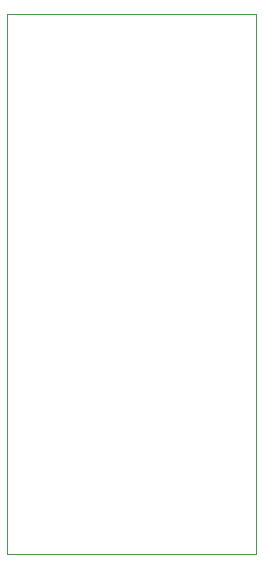
<source format=gbr>
%TF.GenerationSoftware,KiCad,Pcbnew,7.0.2*%
%TF.CreationDate,2023-08-01T18:38:05+02:00*%
%TF.ProjectId,RP2040_base_example,52503230-3430-45f6-9261-73655f657861,0.9*%
%TF.SameCoordinates,Original*%
%TF.FileFunction,Profile,NP*%
%FSLAX46Y46*%
G04 Gerber Fmt 4.6, Leading zero omitted, Abs format (unit mm)*
G04 Created by KiCad (PCBNEW 7.0.2) date 2023-08-01 18:38:05*
%MOMM*%
%LPD*%
G01*
G04 APERTURE LIST*
%TA.AperFunction,Profile*%
%ADD10C,0.100000*%
%TD*%
G04 APERTURE END LIST*
D10*
X60500000Y-42000000D02*
X81600000Y-42000000D01*
X81600000Y-87700000D01*
X60500000Y-87700000D01*
X60500000Y-42000000D01*
M02*

</source>
